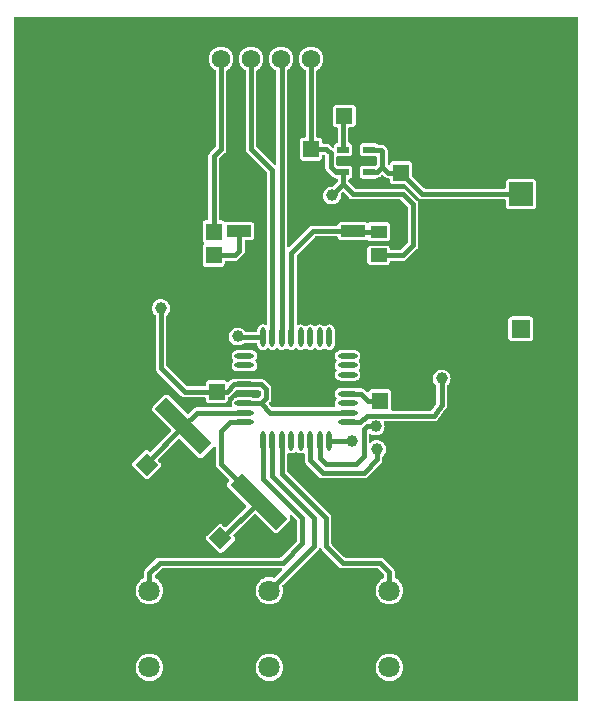
<source format=gtl>
G04 Layer: TopLayer*
G04 EasyEDA v6.5.34, 2023-08-28 15:47:16*
G04 21288944027841e8b89c4b54c2095ba1,7e63b50fb6014f29bd7207b67e5f40bc,10*
G04 Gerber Generator version 0.2*
G04 Scale: 100 percent, Rotated: No, Reflected: No *
G04 Dimensions in millimeters *
G04 leading zeros omitted , absolute positions ,4 integer and 5 decimal *
%FSLAX45Y45*%
%MOMM*%

%AMMACRO1*21,1,$1,$2,0,0,$3*%
%ADD10C,0.4000*%
%ADD11MACRO1,1.35X1.41X0.0000*%
%ADD12R,1.3500X1.4100*%
%ADD13MACRO1,1.35X1.41X-90.0000*%
%ADD14R,1.0000X0.6000*%
%ADD15MACRO1,1.35X1.41X-135.0000*%
%ADD16MACRO1,1.35X1.41X45.0000*%
%ADD17R,2.0000X1.0000*%
%ADD18MACRO1,1.377X1.1325X0.0000*%
%ADD19R,1.3770X1.1325*%
%ADD20O,0.4500118X1.6500094*%
%ADD21O,1.6500094X0.4500118*%
%ADD22MACRO1,5.5X1.4X-44.9998*%
%ADD23C,6.5000*%
%ADD24C,1.5748*%
%ADD25R,1.5748X1.5748*%
%ADD26C,1.8000*%
%ADD27R,2.0000X2.0000*%
%ADD28C,2.0000*%
%ADD29C,1.0000*%
%ADD30C,0.0127*%

%LPD*%
G36*
X4792218Y24434D02*
G01*
X38354Y25908D01*
X34493Y26670D01*
X31191Y28854D01*
X28956Y32156D01*
X28194Y36068D01*
X28194Y5804408D01*
X28956Y5808319D01*
X31191Y5811621D01*
X34493Y5813806D01*
X38354Y5814568D01*
X4792218Y5814568D01*
X4796078Y5813806D01*
X4799380Y5811621D01*
X4801616Y5808319D01*
X4802378Y5804408D01*
X4802378Y34594D01*
X4801616Y30683D01*
X4799380Y27381D01*
X4796078Y25196D01*
G37*

%LPC*%
G36*
X1174242Y192481D02*
G01*
X1188770Y193395D01*
X1203045Y196138D01*
X1216914Y200609D01*
X1230071Y206806D01*
X1242364Y214629D01*
X1253591Y223875D01*
X1263548Y234492D01*
X1272082Y246278D01*
X1279093Y259029D01*
X1284478Y272542D01*
X1288084Y286664D01*
X1289913Y301091D01*
X1289913Y315671D01*
X1288084Y330098D01*
X1284478Y344170D01*
X1279093Y357733D01*
X1272082Y370484D01*
X1263548Y382219D01*
X1253591Y392836D01*
X1242364Y402132D01*
X1230071Y409905D01*
X1216914Y416102D01*
X1203045Y420624D01*
X1188770Y423367D01*
X1174242Y424281D01*
X1159713Y423367D01*
X1145438Y420624D01*
X1131570Y416102D01*
X1118412Y409905D01*
X1106119Y402132D01*
X1094943Y392836D01*
X1084935Y382219D01*
X1076401Y370484D01*
X1069390Y357733D01*
X1064056Y344170D01*
X1060399Y330098D01*
X1058570Y315671D01*
X1058570Y301091D01*
X1060399Y286664D01*
X1064056Y272542D01*
X1069390Y259029D01*
X1076401Y246278D01*
X1084935Y234492D01*
X1094943Y223875D01*
X1106119Y214629D01*
X1118412Y206806D01*
X1131570Y200609D01*
X1145438Y196138D01*
X1159713Y193395D01*
G37*
G36*
X2190242Y192481D02*
G01*
X2204770Y193395D01*
X2219045Y196138D01*
X2232914Y200609D01*
X2246071Y206806D01*
X2258364Y214629D01*
X2269591Y223875D01*
X2279548Y234492D01*
X2288082Y246278D01*
X2295093Y259029D01*
X2300478Y272542D01*
X2304084Y286664D01*
X2305913Y301091D01*
X2305913Y315671D01*
X2304084Y330098D01*
X2300478Y344170D01*
X2295093Y357733D01*
X2288082Y370484D01*
X2279548Y382219D01*
X2269591Y392836D01*
X2258364Y402132D01*
X2246071Y409905D01*
X2232914Y416102D01*
X2219045Y420624D01*
X2204770Y423367D01*
X2190242Y424281D01*
X2175713Y423367D01*
X2161438Y420624D01*
X2147570Y416102D01*
X2134412Y409905D01*
X2122119Y402132D01*
X2110892Y392836D01*
X2100935Y382219D01*
X2092401Y370484D01*
X2085390Y357733D01*
X2080006Y344170D01*
X2076399Y330098D01*
X2074570Y315671D01*
X2074570Y301091D01*
X2076399Y286664D01*
X2080006Y272542D01*
X2085390Y259029D01*
X2092401Y246278D01*
X2100935Y234492D01*
X2110892Y223875D01*
X2122119Y214629D01*
X2134412Y206806D01*
X2147570Y200609D01*
X2161438Y196138D01*
X2175713Y193395D01*
G37*
G36*
X3206242Y192481D02*
G01*
X3220770Y193395D01*
X3235045Y196138D01*
X3248914Y200609D01*
X3262071Y206806D01*
X3274364Y214629D01*
X3285591Y223875D01*
X3295548Y234492D01*
X3304082Y246278D01*
X3311093Y259029D01*
X3316478Y272542D01*
X3320084Y286664D01*
X3321913Y301091D01*
X3321913Y315671D01*
X3320084Y330098D01*
X3316478Y344170D01*
X3311093Y357733D01*
X3304082Y370484D01*
X3295548Y382219D01*
X3285591Y392836D01*
X3274364Y402132D01*
X3262071Y409905D01*
X3248914Y416102D01*
X3235045Y420624D01*
X3220770Y423367D01*
X3206242Y424281D01*
X3191713Y423367D01*
X3177438Y420624D01*
X3163570Y416102D01*
X3150412Y409905D01*
X3138119Y402132D01*
X3126892Y392836D01*
X3116935Y382219D01*
X3108401Y370484D01*
X3101390Y357733D01*
X3096006Y344170D01*
X3092399Y330098D01*
X3090570Y315671D01*
X3090570Y301091D01*
X3092399Y286664D01*
X3096006Y272542D01*
X3101390Y259029D01*
X3108401Y246278D01*
X3116935Y234492D01*
X3126892Y223875D01*
X3138119Y214629D01*
X3150412Y206806D01*
X3163570Y200609D01*
X3177438Y196138D01*
X3191713Y193395D01*
G37*
G36*
X1174242Y842721D02*
G01*
X1188770Y843635D01*
X1203045Y846378D01*
X1216914Y850849D01*
X1230071Y857046D01*
X1242364Y864869D01*
X1253591Y874115D01*
X1263548Y884732D01*
X1272082Y896518D01*
X1279093Y909269D01*
X1284478Y922782D01*
X1288084Y936904D01*
X1289913Y951331D01*
X1289913Y965911D01*
X1288084Y980338D01*
X1284478Y994410D01*
X1279093Y1007973D01*
X1272082Y1020724D01*
X1263548Y1032459D01*
X1253591Y1043076D01*
X1242364Y1052372D01*
X1230071Y1060145D01*
X1226007Y1062075D01*
X1222908Y1064310D01*
X1220876Y1067562D01*
X1220165Y1071270D01*
X1220165Y1083716D01*
X1220927Y1087628D01*
X1223111Y1090879D01*
X1275638Y1143406D01*
X1278940Y1145590D01*
X1282801Y1146403D01*
X2288540Y1146403D01*
X2292451Y1145590D01*
X2295753Y1143406D01*
X2297938Y1140104D01*
X2298700Y1136243D01*
X2297938Y1132332D01*
X2295753Y1129030D01*
X2237435Y1070711D01*
X2234387Y1068628D01*
X2230780Y1067765D01*
X2227122Y1068222D01*
X2219045Y1070864D01*
X2204770Y1073607D01*
X2190242Y1074521D01*
X2175713Y1073607D01*
X2161438Y1070864D01*
X2147570Y1066342D01*
X2134412Y1060145D01*
X2122119Y1052372D01*
X2110892Y1043076D01*
X2100935Y1032459D01*
X2092401Y1020724D01*
X2085390Y1007973D01*
X2080006Y994410D01*
X2076399Y980338D01*
X2074570Y965911D01*
X2074570Y951331D01*
X2076399Y936904D01*
X2080006Y922782D01*
X2085390Y909269D01*
X2092401Y896518D01*
X2100935Y884732D01*
X2110892Y874115D01*
X2122119Y864869D01*
X2134412Y857046D01*
X2147570Y850849D01*
X2161438Y846378D01*
X2175713Y843635D01*
X2190242Y842721D01*
X2204770Y843635D01*
X2219045Y846378D01*
X2232914Y850849D01*
X2246071Y857046D01*
X2258364Y864869D01*
X2269591Y874115D01*
X2279548Y884732D01*
X2288082Y896518D01*
X2295093Y909269D01*
X2300478Y922782D01*
X2304084Y936904D01*
X2305913Y951331D01*
X2305913Y965911D01*
X2304084Y980338D01*
X2300224Y995019D01*
X2299512Y998880D01*
X2300325Y1002690D01*
X2302510Y1005941D01*
X2601366Y1304899D01*
X2606700Y1311910D01*
X2608427Y1315364D01*
X2610815Y1318514D01*
X2614269Y1320495D01*
X2618232Y1321003D01*
X2622042Y1319936D01*
X2625191Y1317498D01*
X2631440Y1306068D01*
X2637180Y1299210D01*
X2777794Y1158595D01*
X2784856Y1153312D01*
X2792425Y1149502D01*
X2800553Y1147216D01*
X2809443Y1146403D01*
X3103270Y1146403D01*
X3107182Y1145590D01*
X3110433Y1143406D01*
X3157372Y1096518D01*
X3159556Y1093216D01*
X3160318Y1089304D01*
X3160318Y1071270D01*
X3159607Y1067562D01*
X3157575Y1064310D01*
X3154476Y1062075D01*
X3150412Y1060145D01*
X3138119Y1052372D01*
X3126892Y1043076D01*
X3116935Y1032459D01*
X3108401Y1020724D01*
X3101390Y1007973D01*
X3096006Y994410D01*
X3092399Y980338D01*
X3090570Y965911D01*
X3090570Y951331D01*
X3092399Y936904D01*
X3096006Y922782D01*
X3101390Y909269D01*
X3108401Y896518D01*
X3116935Y884732D01*
X3126892Y874115D01*
X3138119Y864869D01*
X3150412Y857046D01*
X3163570Y850849D01*
X3177438Y846378D01*
X3191713Y843635D01*
X3206242Y842721D01*
X3220770Y843635D01*
X3235045Y846378D01*
X3248914Y850849D01*
X3262071Y857046D01*
X3274364Y864869D01*
X3285591Y874115D01*
X3295548Y884732D01*
X3304082Y896518D01*
X3311093Y909269D01*
X3316478Y922782D01*
X3320084Y936904D01*
X3321913Y951331D01*
X3321913Y965911D01*
X3320084Y980338D01*
X3316478Y994410D01*
X3311093Y1007973D01*
X3304082Y1020724D01*
X3295548Y1032459D01*
X3285591Y1043076D01*
X3274364Y1052372D01*
X3262071Y1060145D01*
X3258007Y1062075D01*
X3254908Y1064310D01*
X3252876Y1067562D01*
X3252165Y1071270D01*
X3252114Y1114298D01*
X3250895Y1123035D01*
X3248202Y1131062D01*
X3244088Y1138478D01*
X3238347Y1145336D01*
X3157677Y1225956D01*
X3150616Y1231290D01*
X3143046Y1235049D01*
X3134918Y1237386D01*
X3126028Y1238199D01*
X2832201Y1238199D01*
X2828340Y1238961D01*
X2825038Y1241196D01*
X2718155Y1348028D01*
X2715971Y1351330D01*
X2715209Y1355242D01*
X2715158Y1575054D01*
X2713939Y1583791D01*
X2711246Y1591818D01*
X2707132Y1599234D01*
X2701442Y1606092D01*
X2344267Y1963216D01*
X2342083Y1966518D01*
X2341321Y1970430D01*
X2341321Y2114042D01*
X2342083Y2117852D01*
X2344216Y2121154D01*
X2347468Y2123338D01*
X2351278Y2124202D01*
X2355138Y2123490D01*
X2362047Y2120798D01*
X2370836Y2119172D01*
X2379726Y2119172D01*
X2388514Y2120798D01*
X2396845Y2124049D01*
X2404414Y2128723D01*
X2408428Y2132380D01*
X2411628Y2134362D01*
X2415286Y2135073D01*
X2418943Y2134362D01*
X2422144Y2132380D01*
X2426157Y2128723D01*
X2433726Y2124049D01*
X2442057Y2120798D01*
X2450846Y2119172D01*
X2459736Y2119172D01*
X2468524Y2120798D01*
X2475534Y2123541D01*
X2479395Y2124202D01*
X2483256Y2123389D01*
X2486456Y2121204D01*
X2488641Y2117902D01*
X2489403Y2114092D01*
X2489403Y2061159D01*
X2490622Y2052421D01*
X2493314Y2044395D01*
X2497429Y2036978D01*
X2503170Y2030120D01*
X2612694Y1920595D01*
X2619756Y1915312D01*
X2627325Y1911502D01*
X2635453Y1909216D01*
X2644343Y1908403D01*
X2988564Y1908454D01*
X2997301Y1909622D01*
X3005328Y1912315D01*
X3012694Y1916480D01*
X3019602Y1922170D01*
X3134766Y2037435D01*
X3140100Y2044446D01*
X3143859Y2052015D01*
X3146196Y2060143D01*
X3147009Y2069084D01*
X3147009Y2092502D01*
X3147872Y2096668D01*
X3150412Y2100122D01*
X3155746Y2104898D01*
X3163163Y2113838D01*
X3169107Y2123846D01*
X3173425Y2134616D01*
X3176066Y2145893D01*
X3176981Y2157476D01*
X3176066Y2169058D01*
X3173425Y2180386D01*
X3169107Y2191156D01*
X3163163Y2201164D01*
X3155746Y2210104D01*
X3147110Y2217826D01*
X3137357Y2224176D01*
X3126740Y2228900D01*
X3115564Y2231999D01*
X3103981Y2233320D01*
X3092399Y2232863D01*
X3080969Y2230678D01*
X3070047Y2226716D01*
X3059836Y2221179D01*
X3050184Y2213711D01*
X3046882Y2211425D01*
X3042970Y2210562D01*
X3039059Y2211324D01*
X3035706Y2213508D01*
X3033471Y2216810D01*
X3032709Y2220722D01*
X3032709Y2275078D01*
X3033572Y2279142D01*
X3036011Y2282545D01*
X3039567Y2284679D01*
X3043732Y2285187D01*
X3047695Y2284018D01*
X3057347Y2278735D01*
X3068269Y2274824D01*
X3079699Y2272639D01*
X3091281Y2272182D01*
X3102864Y2273503D01*
X3114040Y2276602D01*
X3124657Y2281326D01*
X3134410Y2287625D01*
X3143046Y2295398D01*
X3150463Y2304338D01*
X3156407Y2314346D01*
X3160725Y2325116D01*
X3163366Y2336393D01*
X3164281Y2347976D01*
X3163366Y2359558D01*
X3160725Y2370886D01*
X3158286Y2377033D01*
X3157524Y2380894D01*
X3158337Y2384755D01*
X3160522Y2388057D01*
X3163824Y2390241D01*
X3167684Y2391003D01*
X3583635Y2391003D01*
X3593337Y2392070D01*
X3601415Y2394559D01*
X3608882Y2398572D01*
X3615486Y2403856D01*
X3621328Y2410612D01*
X3686149Y2501493D01*
X3688892Y2506573D01*
X3689959Y2509062D01*
X3691686Y2514549D01*
X3692296Y2517241D01*
X3693007Y2522931D01*
X3693109Y2689402D01*
X3693972Y2693568D01*
X3696512Y2697022D01*
X3701846Y2701798D01*
X3709263Y2710738D01*
X3715207Y2720746D01*
X3719525Y2731516D01*
X3722166Y2742793D01*
X3723081Y2754376D01*
X3722166Y2765958D01*
X3719525Y2777286D01*
X3715207Y2788056D01*
X3709263Y2798064D01*
X3701846Y2807004D01*
X3693210Y2814726D01*
X3683457Y2821076D01*
X3672840Y2825800D01*
X3661664Y2828899D01*
X3650081Y2830220D01*
X3638499Y2829763D01*
X3627069Y2827578D01*
X3616147Y2823616D01*
X3605936Y2818079D01*
X3596690Y2811018D01*
X3588664Y2802686D01*
X3581958Y2793187D01*
X3576828Y2782773D01*
X3573322Y2771698D01*
X3571544Y2760218D01*
X3571544Y2748584D01*
X3573322Y2737104D01*
X3576828Y2726029D01*
X3581958Y2715615D01*
X3588664Y2706116D01*
X3599434Y2695092D01*
X3600805Y2692298D01*
X3601313Y2689250D01*
X3601313Y2543759D01*
X3600805Y2540660D01*
X3599383Y2537866D01*
X3563112Y2487066D01*
X3560876Y2484780D01*
X3558032Y2483307D01*
X3554831Y2482799D01*
X3229813Y2482799D01*
X3225698Y2483662D01*
X3222244Y2486202D01*
X3220161Y2489860D01*
X3219704Y2494076D01*
X3219907Y2495550D01*
X3219907Y2635402D01*
X3219196Y2641752D01*
X3217265Y2647188D01*
X3214166Y2652115D01*
X3210102Y2656179D01*
X3205175Y2659278D01*
X3199739Y2661158D01*
X3193389Y2661869D01*
X3059531Y2661869D01*
X3053232Y2661158D01*
X3047746Y2659278D01*
X3042869Y2656179D01*
X3038754Y2652115D01*
X3035706Y2647188D01*
X3034741Y2644546D01*
X3032658Y2641041D01*
X3029356Y2638653D01*
X3025394Y2637739D01*
X3021380Y2638450D01*
X3017977Y2640685D01*
X2999486Y2659176D01*
X2992424Y2664460D01*
X2984855Y2668219D01*
X2976727Y2670556D01*
X2967837Y2671368D01*
X2928264Y2671368D01*
X2925470Y2671775D01*
X2921050Y2673045D01*
X2911703Y2673908D01*
X2792628Y2673908D01*
X2783281Y2673045D01*
X2774696Y2670606D01*
X2766720Y2666593D01*
X2759608Y2661208D01*
X2753563Y2654655D01*
X2748889Y2647035D01*
X2745638Y2638704D01*
X2744012Y2629966D01*
X2744012Y2621026D01*
X2745638Y2612237D01*
X2748889Y2603906D01*
X2753563Y2596337D01*
X2757220Y2592324D01*
X2759202Y2589174D01*
X2759862Y2585466D01*
X2759202Y2581808D01*
X2757220Y2578658D01*
X2753563Y2574645D01*
X2748889Y2567025D01*
X2745638Y2558745D01*
X2744012Y2549956D01*
X2744012Y2541016D01*
X2745638Y2532227D01*
X2748381Y2525217D01*
X2749042Y2521356D01*
X2748229Y2517546D01*
X2745994Y2514295D01*
X2742742Y2512161D01*
X2738882Y2511399D01*
X2220976Y2511399D01*
X2217064Y2512161D01*
X2213762Y2514346D01*
X2189734Y2538425D01*
X2187498Y2541676D01*
X2186736Y2545588D01*
X2187498Y2549448D01*
X2189683Y2552750D01*
X2195017Y2558186D01*
X2200300Y2565146D01*
X2204059Y2572715D01*
X2206396Y2580843D01*
X2207209Y2589733D01*
X2207158Y2667254D01*
X2205939Y2675991D01*
X2203246Y2684018D01*
X2199132Y2691434D01*
X2193442Y2698292D01*
X2152497Y2739186D01*
X2145436Y2744470D01*
X2137867Y2748229D01*
X2129739Y2750566D01*
X2120849Y2751378D01*
X2054453Y2751378D01*
X2051659Y2751785D01*
X2047290Y2753004D01*
X2037943Y2753918D01*
X1918868Y2753918D01*
X1909521Y2753004D01*
X1905152Y2751785D01*
X1902409Y2751378D01*
X1890420Y2751328D01*
X1881784Y2750159D01*
X1873757Y2747467D01*
X1866392Y2743352D01*
X1859483Y2737612D01*
X1846732Y2724861D01*
X1843735Y2722778D01*
X1840230Y2721914D01*
X1836623Y2722321D01*
X1833372Y2723946D01*
X1829866Y2728315D01*
X1825802Y2732379D01*
X1820875Y2735478D01*
X1815439Y2737358D01*
X1809089Y2738069D01*
X1675231Y2738069D01*
X1668932Y2737358D01*
X1663446Y2735478D01*
X1658569Y2732379D01*
X1654454Y2728315D01*
X1651406Y2723388D01*
X1649475Y2717952D01*
X1648764Y2711602D01*
X1648764Y2697734D01*
X1648002Y2693873D01*
X1645818Y2690571D01*
X1642516Y2688386D01*
X1638604Y2687574D01*
X1495298Y2687574D01*
X1491437Y2688386D01*
X1488135Y2690571D01*
X1321155Y2857500D01*
X1318971Y2860802D01*
X1318209Y2864713D01*
X1318209Y3286302D01*
X1319072Y3290468D01*
X1321612Y3293922D01*
X1326946Y3298698D01*
X1334363Y3307638D01*
X1340307Y3317646D01*
X1344625Y3328415D01*
X1347266Y3339693D01*
X1348181Y3351276D01*
X1347266Y3362858D01*
X1344625Y3374186D01*
X1340307Y3384956D01*
X1334363Y3394964D01*
X1326946Y3403904D01*
X1318310Y3411626D01*
X1308557Y3417976D01*
X1297940Y3422700D01*
X1286764Y3425799D01*
X1275181Y3427120D01*
X1263599Y3426663D01*
X1252169Y3424478D01*
X1241247Y3420516D01*
X1231036Y3414979D01*
X1221790Y3407918D01*
X1213764Y3399586D01*
X1207058Y3390087D01*
X1201928Y3379673D01*
X1198422Y3368598D01*
X1196644Y3357118D01*
X1196644Y3345484D01*
X1198422Y3334004D01*
X1201928Y3322929D01*
X1207058Y3312515D01*
X1213764Y3303015D01*
X1224534Y3291992D01*
X1225905Y3289198D01*
X1226413Y3286150D01*
X1226413Y2839720D01*
X1227632Y2830982D01*
X1230325Y2822956D01*
X1234440Y2815539D01*
X1240180Y2808681D01*
X1440891Y2608021D01*
X1447952Y2602687D01*
X1455521Y2598928D01*
X1463649Y2596591D01*
X1472539Y2595778D01*
X1638604Y2595778D01*
X1642516Y2595016D01*
X1645818Y2592781D01*
X1648002Y2589530D01*
X1648764Y2585618D01*
X1648764Y2571750D01*
X1649475Y2565450D01*
X1651406Y2559964D01*
X1654454Y2555087D01*
X1658569Y2550972D01*
X1663446Y2547924D01*
X1668932Y2545994D01*
X1675231Y2545283D01*
X1809089Y2545283D01*
X1815439Y2545994D01*
X1820875Y2547924D01*
X1825802Y2550972D01*
X1829866Y2555087D01*
X1832965Y2559964D01*
X1834896Y2565450D01*
X1835607Y2571750D01*
X1835607Y2588564D01*
X1836470Y2592628D01*
X1838858Y2596032D01*
X1842465Y2598166D01*
X1846986Y2599740D01*
X1854403Y2603855D01*
X1861312Y2609545D01*
X1906270Y2654554D01*
X1910029Y2656941D01*
X1914398Y2657500D01*
X1918868Y2657094D01*
X2037943Y2657094D01*
X2047290Y2657957D01*
X2051659Y2659176D01*
X2054453Y2659583D01*
X2098090Y2659583D01*
X2101951Y2658821D01*
X2105253Y2656586D01*
X2112416Y2649474D01*
X2114600Y2646172D01*
X2115413Y2642260D01*
X2115413Y2612491D01*
X2114600Y2608630D01*
X2112416Y2605328D01*
X2101443Y2594356D01*
X2098141Y2592171D01*
X2094280Y2591409D01*
X2054453Y2591409D01*
X2051659Y2591765D01*
X2047290Y2593035D01*
X2037943Y2593898D01*
X1918868Y2593898D01*
X1909521Y2593035D01*
X1900936Y2590596D01*
X1892960Y2586583D01*
X1885848Y2581249D01*
X1879803Y2574645D01*
X1875129Y2567025D01*
X1871878Y2558745D01*
X1870252Y2549956D01*
X1870252Y2541016D01*
X1871878Y2532227D01*
X1874621Y2525217D01*
X1875282Y2521356D01*
X1874469Y2517546D01*
X1872234Y2514295D01*
X1868982Y2512161D01*
X1865122Y2511399D01*
X1577136Y2511348D01*
X1568399Y2510129D01*
X1560372Y2507437D01*
X1552956Y2503322D01*
X1546098Y2497632D01*
X1504645Y2456129D01*
X1501343Y2453944D01*
X1497431Y2453182D01*
X1493570Y2453944D01*
X1490268Y2456129D01*
X1335836Y2610561D01*
X1330858Y2614523D01*
X1325676Y2617063D01*
X1320038Y2618333D01*
X1314246Y2618333D01*
X1308608Y2617063D01*
X1303375Y2614523D01*
X1298397Y2610561D01*
X1200200Y2512364D01*
X1196238Y2507386D01*
X1193749Y2502204D01*
X1192479Y2496566D01*
X1192479Y2490774D01*
X1193749Y2485136D01*
X1196238Y2479903D01*
X1200200Y2474925D01*
X1354632Y2320544D01*
X1356817Y2317242D01*
X1357579Y2313330D01*
X1356817Y2309469D01*
X1354632Y2306167D01*
X1185367Y2136902D01*
X1182065Y2134666D01*
X1178153Y2133904D01*
X1174292Y2134666D01*
X1170990Y2136902D01*
X1167384Y2140508D01*
X1162405Y2144471D01*
X1157173Y2146960D01*
X1151534Y2148281D01*
X1145743Y2148281D01*
X1140104Y2146960D01*
X1134922Y2144471D01*
X1129944Y2140508D01*
X1035253Y2045868D01*
X1031290Y2040889D01*
X1028801Y2035657D01*
X1027531Y2030018D01*
X1027531Y2024227D01*
X1028801Y2018588D01*
X1031290Y2013356D01*
X1035253Y2008378D01*
X1134160Y1909521D01*
X1139139Y1905558D01*
X1144371Y1903018D01*
X1150010Y1901748D01*
X1155801Y1901748D01*
X1161440Y1903018D01*
X1166622Y1905558D01*
X1171600Y1909521D01*
X1266291Y2004161D01*
X1270254Y2009139D01*
X1272743Y2014372D01*
X1274013Y2020011D01*
X1274013Y2025802D01*
X1272743Y2031441D01*
X1270254Y2036622D01*
X1266291Y2041601D01*
X1250289Y2057603D01*
X1248105Y2060905D01*
X1247292Y2064766D01*
X1248105Y2068677D01*
X1250289Y2071979D01*
X1419555Y2241245D01*
X1422857Y2243429D01*
X1426718Y2244191D01*
X1430629Y2243429D01*
X1433931Y2241245D01*
X1588312Y2086813D01*
X1593291Y2082850D01*
X1598523Y2080361D01*
X1604162Y2079040D01*
X1609953Y2079040D01*
X1615592Y2080361D01*
X1620774Y2082850D01*
X1625752Y2086813D01*
X1717039Y2178100D01*
X1720342Y2180285D01*
X1724253Y2181098D01*
X1728114Y2180285D01*
X1731416Y2178100D01*
X1733600Y2174798D01*
X1734413Y2170938D01*
X1734413Y2028748D01*
X1735632Y2020011D01*
X1738325Y2011984D01*
X1742439Y2004568D01*
X1748180Y1997710D01*
X1846072Y1899818D01*
X1848256Y1896516D01*
X1849018Y1892604D01*
X1848256Y1888743D01*
X1846072Y1885442D01*
X1836623Y1875993D01*
X1832660Y1871014D01*
X1830120Y1865782D01*
X1828850Y1860143D01*
X1828850Y1854352D01*
X1830120Y1848713D01*
X1832660Y1843532D01*
X1836623Y1838553D01*
X1991004Y1684121D01*
X1993239Y1680819D01*
X1994001Y1676958D01*
X1993239Y1673047D01*
X1991004Y1669745D01*
X1821738Y1500479D01*
X1818436Y1498295D01*
X1814575Y1497533D01*
X1810664Y1498295D01*
X1807362Y1500479D01*
X1791411Y1516481D01*
X1786432Y1520444D01*
X1781200Y1522933D01*
X1775561Y1524254D01*
X1769770Y1524254D01*
X1764131Y1522933D01*
X1758950Y1520444D01*
X1753971Y1516481D01*
X1659280Y1421841D01*
X1655318Y1416862D01*
X1652828Y1411630D01*
X1651558Y1405991D01*
X1651558Y1400200D01*
X1652828Y1394561D01*
X1655318Y1389329D01*
X1659280Y1384350D01*
X1758188Y1285494D01*
X1763166Y1281531D01*
X1768398Y1278991D01*
X1774037Y1277721D01*
X1779828Y1277721D01*
X1785467Y1278991D01*
X1790649Y1281531D01*
X1795627Y1285494D01*
X1890318Y1380134D01*
X1894281Y1385112D01*
X1896770Y1390345D01*
X1898040Y1395984D01*
X1898040Y1401775D01*
X1896770Y1407414D01*
X1894281Y1412595D01*
X1890318Y1417574D01*
X1886661Y1421180D01*
X1884476Y1424482D01*
X1883714Y1428394D01*
X1884476Y1432255D01*
X1886661Y1435557D01*
X2055926Y1604822D01*
X2059228Y1607058D01*
X2063140Y1607820D01*
X2067001Y1607058D01*
X2070303Y1604822D01*
X2224735Y1450441D01*
X2229713Y1446479D01*
X2234895Y1443939D01*
X2240534Y1442669D01*
X2246325Y1442669D01*
X2251964Y1443939D01*
X2257196Y1446479D01*
X2262174Y1450441D01*
X2360371Y1548638D01*
X2364333Y1553616D01*
X2366822Y1558798D01*
X2368092Y1564436D01*
X2368092Y1570228D01*
X2366822Y1575866D01*
X2364333Y1581099D01*
X2362708Y1583131D01*
X2360777Y1587042D01*
X2360676Y1591411D01*
X2362403Y1595424D01*
X2365654Y1598320D01*
X2369820Y1599590D01*
X2374138Y1598980D01*
X2377846Y1596644D01*
X2417216Y1557274D01*
X2419400Y1553972D01*
X2420213Y1550060D01*
X2420213Y1380642D01*
X2419400Y1376730D01*
X2417216Y1373428D01*
X2284933Y1241196D01*
X2281682Y1238961D01*
X2277770Y1238199D01*
X1257808Y1238148D01*
X1249070Y1236929D01*
X1241094Y1234236D01*
X1233678Y1230122D01*
X1226820Y1224432D01*
X1140561Y1138123D01*
X1135227Y1131062D01*
X1131468Y1123492D01*
X1129182Y1115364D01*
X1128318Y1106474D01*
X1128318Y1071270D01*
X1127607Y1067562D01*
X1125575Y1064310D01*
X1122476Y1062075D01*
X1118412Y1060145D01*
X1106119Y1052372D01*
X1094943Y1043076D01*
X1084935Y1032459D01*
X1076401Y1020724D01*
X1069390Y1007973D01*
X1064056Y994410D01*
X1060399Y980338D01*
X1058570Y965911D01*
X1058570Y951331D01*
X1060399Y936904D01*
X1064056Y922782D01*
X1069390Y909269D01*
X1076401Y896518D01*
X1084935Y884732D01*
X1094943Y874115D01*
X1106119Y864869D01*
X1118412Y857046D01*
X1131570Y850849D01*
X1145438Y846378D01*
X1159713Y843635D01*
G37*
G36*
X2792628Y2737053D02*
G01*
X2911703Y2737053D01*
X2921050Y2737967D01*
X2929636Y2740406D01*
X2937611Y2744368D01*
X2944774Y2749753D01*
X2950768Y2756357D01*
X2955442Y2763926D01*
X2958693Y2772257D01*
X2960319Y2781046D01*
X2960319Y2789936D01*
X2958693Y2798724D01*
X2955442Y2807055D01*
X2950768Y2814624D01*
X2947111Y2818638D01*
X2945130Y2821838D01*
X2944469Y2825496D01*
X2945130Y2829153D01*
X2947111Y2832354D01*
X2950768Y2836316D01*
X2955442Y2843936D01*
X2958693Y2852267D01*
X2960319Y2861005D01*
X2960319Y2869946D01*
X2958693Y2878734D01*
X2955442Y2887065D01*
X2950768Y2894634D01*
X2947111Y2898648D01*
X2945130Y2901797D01*
X2944469Y2905506D01*
X2945130Y2909163D01*
X2947111Y2912313D01*
X2950768Y2916326D01*
X2955442Y2923946D01*
X2958693Y2932226D01*
X2960319Y2941015D01*
X2960319Y2949956D01*
X2958693Y2958744D01*
X2955442Y2967024D01*
X2950768Y2974644D01*
X2944774Y2981248D01*
X2937611Y2986582D01*
X2929636Y2990596D01*
X2921050Y2993034D01*
X2911703Y2993898D01*
X2792628Y2993898D01*
X2783281Y2993034D01*
X2774696Y2990596D01*
X2766720Y2986582D01*
X2759608Y2981248D01*
X2753563Y2974644D01*
X2748889Y2967024D01*
X2745638Y2958744D01*
X2744012Y2949956D01*
X2744012Y2941015D01*
X2745638Y2932226D01*
X2748889Y2923946D01*
X2753563Y2916326D01*
X2757220Y2912313D01*
X2759202Y2909163D01*
X2759862Y2905506D01*
X2759202Y2901797D01*
X2757220Y2898648D01*
X2753563Y2894634D01*
X2748889Y2887065D01*
X2745638Y2878734D01*
X2744012Y2869946D01*
X2744012Y2861005D01*
X2745638Y2852267D01*
X2748889Y2843936D01*
X2753563Y2836316D01*
X2757220Y2832354D01*
X2759202Y2829153D01*
X2759862Y2825496D01*
X2759202Y2821838D01*
X2757220Y2818638D01*
X2753563Y2814624D01*
X2748889Y2807055D01*
X2745638Y2798724D01*
X2744012Y2789936D01*
X2744012Y2781046D01*
X2745638Y2772257D01*
X2748889Y2763926D01*
X2753563Y2756357D01*
X2759608Y2749753D01*
X2766720Y2744368D01*
X2774696Y2740406D01*
X2783281Y2737967D01*
G37*
G36*
X1918868Y2817063D02*
G01*
X2037943Y2817063D01*
X2047290Y2817926D01*
X2055875Y2820365D01*
X2063851Y2824378D01*
X2071014Y2829763D01*
X2077008Y2836316D01*
X2081682Y2843936D01*
X2084933Y2852267D01*
X2086559Y2861005D01*
X2086559Y2869946D01*
X2084933Y2878734D01*
X2081682Y2887065D01*
X2077008Y2894634D01*
X2073351Y2898648D01*
X2071370Y2901797D01*
X2070709Y2905506D01*
X2071370Y2909163D01*
X2073351Y2912313D01*
X2077008Y2916326D01*
X2081682Y2923946D01*
X2084933Y2932226D01*
X2086559Y2941015D01*
X2086559Y2949956D01*
X2084933Y2958744D01*
X2081682Y2967024D01*
X2077008Y2974644D01*
X2071014Y2981248D01*
X2063851Y2986582D01*
X2055875Y2990596D01*
X2047290Y2993034D01*
X2037943Y2993898D01*
X1918868Y2993898D01*
X1909521Y2993034D01*
X1900936Y2990596D01*
X1892960Y2986582D01*
X1885848Y2981248D01*
X1879803Y2974644D01*
X1875129Y2967024D01*
X1871878Y2958744D01*
X1870252Y2949956D01*
X1870252Y2941015D01*
X1871878Y2932226D01*
X1875129Y2923946D01*
X1879803Y2916326D01*
X1883460Y2912313D01*
X1885442Y2909163D01*
X1886102Y2905506D01*
X1885442Y2901797D01*
X1883460Y2898648D01*
X1879803Y2894634D01*
X1875129Y2887065D01*
X1871878Y2878734D01*
X1870252Y2869946D01*
X1870252Y2861005D01*
X1871878Y2852267D01*
X1875129Y2843936D01*
X1879803Y2836316D01*
X1885848Y2829763D01*
X1892960Y2824378D01*
X1900936Y2820365D01*
X1909521Y2817926D01*
G37*
G36*
X2130806Y2995472D02*
G01*
X2139746Y2995472D01*
X2148535Y2997098D01*
X2156866Y3000349D01*
X2164435Y3005023D01*
X2168448Y3008680D01*
X2171598Y3010662D01*
X2175306Y3011322D01*
X2178964Y3010662D01*
X2182114Y3008680D01*
X2186127Y3005023D01*
X2193747Y3000349D01*
X2202027Y2997098D01*
X2210816Y2995472D01*
X2219756Y2995472D01*
X2228545Y2997098D01*
X2236825Y3000349D01*
X2244445Y3005023D01*
X2248458Y3008680D01*
X2251608Y3010662D01*
X2255266Y3011322D01*
X2258974Y3010662D01*
X2262124Y3008680D01*
X2266137Y3005023D01*
X2273706Y3000349D01*
X2282037Y2997098D01*
X2290826Y2995472D01*
X2299766Y2995472D01*
X2308504Y2997098D01*
X2316835Y3000349D01*
X2324455Y3005023D01*
X2328468Y3008680D01*
X2331618Y3010662D01*
X2335276Y3011322D01*
X2338984Y3010662D01*
X2342134Y3008680D01*
X2346147Y3005023D01*
X2353716Y3000349D01*
X2362047Y2997098D01*
X2370836Y2995472D01*
X2379726Y2995472D01*
X2388514Y2997098D01*
X2396845Y3000349D01*
X2404414Y3005023D01*
X2408428Y3008680D01*
X2411628Y3010662D01*
X2415286Y3011322D01*
X2418943Y3010662D01*
X2422144Y3008680D01*
X2426157Y3005023D01*
X2433726Y3000349D01*
X2442057Y2997098D01*
X2450846Y2995472D01*
X2459736Y2995472D01*
X2468524Y2997098D01*
X2476855Y3000349D01*
X2484424Y3005023D01*
X2488438Y3008680D01*
X2491638Y3010662D01*
X2495296Y3011322D01*
X2498953Y3010662D01*
X2502154Y3008680D01*
X2506167Y3005023D01*
X2513736Y3000349D01*
X2522067Y2997098D01*
X2530805Y2995472D01*
X2539746Y2995472D01*
X2548534Y2997098D01*
X2556865Y3000349D01*
X2564434Y3005023D01*
X2568448Y3008680D01*
X2571597Y3010662D01*
X2575306Y3011322D01*
X2578963Y3010662D01*
X2582113Y3008680D01*
X2586126Y3005023D01*
X2593746Y3000349D01*
X2602077Y2997098D01*
X2610815Y2995472D01*
X2619756Y2995472D01*
X2628544Y2997098D01*
X2636824Y3000349D01*
X2644444Y3005023D01*
X2648458Y3008680D01*
X2651607Y3010662D01*
X2655265Y3011322D01*
X2658973Y3010662D01*
X2662123Y3008680D01*
X2666136Y3005023D01*
X2673756Y3000349D01*
X2682036Y2997098D01*
X2690825Y2995472D01*
X2699766Y2995472D01*
X2708503Y2997098D01*
X2716834Y3000349D01*
X2724454Y3005023D01*
X2731008Y3011068D01*
X2736392Y3018180D01*
X2740406Y3026156D01*
X2742844Y3034741D01*
X2743708Y3044088D01*
X2743708Y3163163D01*
X2742844Y3172510D01*
X2740406Y3181096D01*
X2736392Y3189071D01*
X2731008Y3196234D01*
X2724454Y3202228D01*
X2716834Y3206953D01*
X2708503Y3210153D01*
X2699766Y3211779D01*
X2690825Y3211779D01*
X2682036Y3210153D01*
X2673756Y3206953D01*
X2666136Y3202228D01*
X2662123Y3198571D01*
X2658973Y3196590D01*
X2655265Y3195929D01*
X2651607Y3196590D01*
X2648458Y3198571D01*
X2644444Y3202228D01*
X2636824Y3206953D01*
X2628544Y3210153D01*
X2619756Y3211779D01*
X2610815Y3211779D01*
X2602077Y3210153D01*
X2593746Y3206953D01*
X2586126Y3202228D01*
X2582113Y3198571D01*
X2578963Y3196590D01*
X2575306Y3195929D01*
X2571597Y3196590D01*
X2568448Y3198571D01*
X2564434Y3202228D01*
X2556865Y3206953D01*
X2548534Y3210153D01*
X2539746Y3211779D01*
X2530805Y3211779D01*
X2522067Y3210153D01*
X2513736Y3206953D01*
X2506167Y3202228D01*
X2502154Y3198571D01*
X2498953Y3196590D01*
X2495296Y3195929D01*
X2491638Y3196590D01*
X2488438Y3198571D01*
X2484424Y3202228D01*
X2476855Y3206953D01*
X2468524Y3210153D01*
X2459736Y3211779D01*
X2450846Y3211779D01*
X2442057Y3210153D01*
X2435047Y3207410D01*
X2431186Y3206750D01*
X2427325Y3207562D01*
X2424125Y3209798D01*
X2421940Y3213049D01*
X2421229Y3216910D01*
X2421229Y3796080D01*
X2421991Y3799941D01*
X2424176Y3803243D01*
X2575509Y3954627D01*
X2578811Y3956812D01*
X2582722Y3957574D01*
X2759913Y3957574D01*
X2763520Y3956913D01*
X2766669Y3954983D01*
X2768955Y3952087D01*
X2770073Y3947718D01*
X2772003Y3942283D01*
X2775102Y3937355D01*
X2779166Y3933291D01*
X2784094Y3930192D01*
X2789529Y3928313D01*
X2795879Y3927601D01*
X2994710Y3927601D01*
X3001060Y3928313D01*
X3006496Y3930192D01*
X3008477Y3931462D01*
X3012186Y3932885D01*
X3016148Y3932732D01*
X3019755Y3931107D01*
X3022498Y3928262D01*
X3024733Y3924655D01*
X3028848Y3920591D01*
X3033725Y3917492D01*
X3039211Y3915562D01*
X3045510Y3914851D01*
X3182061Y3914851D01*
X3188411Y3915562D01*
X3193846Y3917492D01*
X3198774Y3920591D01*
X3202838Y3924655D01*
X3205937Y3929583D01*
X3207867Y3935018D01*
X3208578Y3941318D01*
X3208578Y4053433D01*
X3207867Y4059783D01*
X3205937Y4065219D01*
X3202838Y4070146D01*
X3198774Y4074210D01*
X3193846Y4077309D01*
X3188411Y4079240D01*
X3182061Y4079951D01*
X3045510Y4079951D01*
X3039211Y4079240D01*
X3033725Y4077309D01*
X3028848Y4074210D01*
X3027019Y4072432D01*
X3023717Y4070248D01*
X3019856Y4069435D01*
X3015945Y4070248D01*
X3012643Y4072432D01*
X3011424Y4073702D01*
X3006496Y4076801D01*
X3001060Y4078681D01*
X2994710Y4079392D01*
X2795879Y4079392D01*
X2789529Y4078681D01*
X2784094Y4076801D01*
X2779166Y4073702D01*
X2775102Y4069587D01*
X2772003Y4064711D01*
X2768955Y4054906D01*
X2766669Y4051960D01*
X2763520Y4050080D01*
X2759913Y4049420D01*
X2557729Y4049369D01*
X2548991Y4048150D01*
X2540965Y4045458D01*
X2533548Y4041343D01*
X2526690Y4035602D01*
X2358542Y3867454D01*
X2355240Y3865270D01*
X2351379Y3864508D01*
X2347468Y3865270D01*
X2344166Y3867454D01*
X2341981Y3870756D01*
X2341219Y3874668D01*
X2341219Y5363870D01*
X2341727Y5367121D01*
X2343302Y5370017D01*
X2345740Y5372303D01*
X2351989Y5376468D01*
X2362250Y5385511D01*
X2371293Y5395772D01*
X2378913Y5407152D01*
X2384958Y5419445D01*
X2389327Y5432399D01*
X2392019Y5445810D01*
X2392934Y5459476D01*
X2392019Y5473141D01*
X2389327Y5486552D01*
X2384958Y5499506D01*
X2378913Y5511800D01*
X2371293Y5523179D01*
X2362250Y5533440D01*
X2351989Y5542483D01*
X2340610Y5550103D01*
X2328316Y5556148D01*
X2315362Y5560568D01*
X2301951Y5563209D01*
X2288286Y5564124D01*
X2274620Y5563209D01*
X2261209Y5560568D01*
X2248255Y5556148D01*
X2235962Y5550103D01*
X2224582Y5542483D01*
X2214321Y5533440D01*
X2205278Y5523179D01*
X2197658Y5511800D01*
X2191613Y5499506D01*
X2187244Y5486552D01*
X2184552Y5473141D01*
X2183688Y5459476D01*
X2184552Y5445810D01*
X2187244Y5432399D01*
X2191613Y5419445D01*
X2197658Y5407152D01*
X2205278Y5395772D01*
X2214321Y5385511D01*
X2224582Y5376468D01*
X2235962Y5368899D01*
X2243734Y5365038D01*
X2246731Y5362803D01*
X2248712Y5359603D01*
X2249373Y5355945D01*
X2249373Y4571796D01*
X2248611Y4567936D01*
X2246426Y4564634D01*
X2243124Y4562449D01*
X2239213Y4561636D01*
X2235352Y4562449D01*
X2232050Y4564634D01*
X2083155Y4713528D01*
X2080971Y4716830D01*
X2080209Y4720691D01*
X2080209Y5359400D01*
X2080869Y5363057D01*
X2082850Y5366258D01*
X2097989Y5376468D01*
X2108250Y5385511D01*
X2117293Y5395772D01*
X2124913Y5407152D01*
X2130958Y5419445D01*
X2135327Y5432399D01*
X2138019Y5445810D01*
X2138934Y5459476D01*
X2138019Y5473141D01*
X2135327Y5486552D01*
X2130958Y5499506D01*
X2124913Y5511800D01*
X2117293Y5523179D01*
X2108250Y5533440D01*
X2097989Y5542483D01*
X2086610Y5550103D01*
X2074316Y5556148D01*
X2061362Y5560568D01*
X2047951Y5563209D01*
X2034286Y5564124D01*
X2020620Y5563209D01*
X2007209Y5560568D01*
X1994255Y5556148D01*
X1981962Y5550103D01*
X1970582Y5542483D01*
X1960321Y5533440D01*
X1951278Y5523179D01*
X1943658Y5511800D01*
X1937613Y5499506D01*
X1933244Y5486552D01*
X1930552Y5473141D01*
X1929688Y5459476D01*
X1930552Y5445810D01*
X1933244Y5432399D01*
X1937613Y5419445D01*
X1943658Y5407152D01*
X1951278Y5395772D01*
X1960321Y5385511D01*
X1970582Y5376468D01*
X1985721Y5366258D01*
X1987702Y5363108D01*
X1988362Y5359400D01*
X1988413Y4695698D01*
X1989632Y4686960D01*
X1992325Y4678934D01*
X1996439Y4671568D01*
X2002129Y4664710D01*
X2166416Y4500422D01*
X2168601Y4497120D01*
X2169363Y4493260D01*
X2169363Y3216910D01*
X2168601Y3213049D01*
X2166467Y3209798D01*
X2163216Y3207562D01*
X2159406Y3206750D01*
X2155545Y3207410D01*
X2148535Y3210153D01*
X2139746Y3211779D01*
X2130806Y3211779D01*
X2122068Y3210153D01*
X2113737Y3206953D01*
X2106117Y3202228D01*
X2099564Y3196234D01*
X2094179Y3189071D01*
X2090166Y3181096D01*
X2087727Y3172510D01*
X2086864Y3163163D01*
X2086864Y3159709D01*
X2086102Y3155797D01*
X2083917Y3152495D01*
X2080615Y3150311D01*
X2076704Y3149549D01*
X1990242Y3149549D01*
X1985924Y3150514D01*
X1982419Y3153257D01*
X1974646Y3162604D01*
X1966010Y3170326D01*
X1956257Y3176676D01*
X1945639Y3181400D01*
X1934464Y3184499D01*
X1922881Y3185820D01*
X1911299Y3185363D01*
X1899869Y3183178D01*
X1888947Y3179216D01*
X1878736Y3173679D01*
X1869490Y3166618D01*
X1861464Y3158286D01*
X1854758Y3148787D01*
X1849628Y3138373D01*
X1846122Y3127298D01*
X1844344Y3115818D01*
X1844344Y3104184D01*
X1846122Y3092704D01*
X1849628Y3081629D01*
X1854758Y3071215D01*
X1861464Y3061716D01*
X1869490Y3053334D01*
X1878736Y3046323D01*
X1888947Y3040735D01*
X1899869Y3036824D01*
X1911299Y3034639D01*
X1922881Y3034182D01*
X1934464Y3035503D01*
X1945639Y3038602D01*
X1956257Y3043326D01*
X1966010Y3049625D01*
X1972157Y3055162D01*
X1975307Y3057042D01*
X1978914Y3057702D01*
X2076704Y3057702D01*
X2080615Y3056940D01*
X2083917Y3054756D01*
X2086102Y3051454D01*
X2086864Y3047542D01*
X2086864Y3044088D01*
X2087727Y3034741D01*
X2090166Y3026156D01*
X2094179Y3018180D01*
X2099564Y3011068D01*
X2106117Y3005023D01*
X2113737Y3000349D01*
X2122068Y2997098D01*
G37*
G36*
X4239818Y3070352D02*
G01*
X4396181Y3070352D01*
X4402480Y3071063D01*
X4407966Y3072942D01*
X4412843Y3076041D01*
X4416958Y3080156D01*
X4420006Y3085033D01*
X4421936Y3090519D01*
X4422648Y3096818D01*
X4422648Y3253181D01*
X4421936Y3259480D01*
X4420006Y3264966D01*
X4416958Y3269843D01*
X4412843Y3273958D01*
X4407966Y3277006D01*
X4402480Y3278936D01*
X4396181Y3279648D01*
X4239818Y3279648D01*
X4233519Y3278936D01*
X4228033Y3277006D01*
X4223156Y3273958D01*
X4219041Y3269843D01*
X4215942Y3264966D01*
X4214063Y3259480D01*
X4213352Y3253181D01*
X4213352Y3096818D01*
X4214063Y3090519D01*
X4215942Y3085033D01*
X4219041Y3080156D01*
X4223156Y3076041D01*
X4228033Y3072942D01*
X4233519Y3071063D01*
G37*
G36*
X1649882Y3700983D02*
G01*
X1783740Y3700983D01*
X1790039Y3701694D01*
X1795525Y3703624D01*
X1800402Y3706672D01*
X1804517Y3710787D01*
X1807565Y3715664D01*
X1809496Y3721150D01*
X1810207Y3727450D01*
X1810207Y3740404D01*
X1810969Y3744315D01*
X1813204Y3747617D01*
X1816557Y3749801D01*
X1820468Y3750564D01*
X1896516Y3749954D01*
X1904898Y3751072D01*
X1912975Y3753713D01*
X1920392Y3757828D01*
X1925370Y3761740D01*
X1968957Y3805326D01*
X1974291Y3812336D01*
X1978050Y3819906D01*
X1980387Y3828084D01*
X1981200Y3836974D01*
X1981200Y3917442D01*
X1981962Y3921302D01*
X1984197Y3924604D01*
X1987448Y3926789D01*
X1991360Y3927601D01*
X2034743Y3927601D01*
X2041042Y3928313D01*
X2046528Y3930192D01*
X2051405Y3933291D01*
X2055520Y3937355D01*
X2058568Y3942283D01*
X2060498Y3947718D01*
X2061210Y3954068D01*
X2061210Y4052925D01*
X2060498Y4059224D01*
X2058568Y4064711D01*
X2055520Y4069587D01*
X2051405Y4073702D01*
X2046528Y4076801D01*
X2041042Y4078681D01*
X2034743Y4079392D01*
X1835861Y4079392D01*
X1829562Y4078681D01*
X1824075Y4076801D01*
X1821891Y4075429D01*
X1818182Y4074007D01*
X1814220Y4074109D01*
X1810613Y4075734D01*
X1807921Y4078630D01*
X1804517Y4084015D01*
X1800402Y4088079D01*
X1795525Y4091178D01*
X1790039Y4093108D01*
X1783740Y4093819D01*
X1772869Y4093819D01*
X1768957Y4094581D01*
X1765655Y4096765D01*
X1763471Y4100068D01*
X1762709Y4103979D01*
X1762709Y4610760D01*
X1763471Y4614672D01*
X1765655Y4617974D01*
X1813966Y4666284D01*
X1819300Y4673346D01*
X1823059Y4680915D01*
X1825345Y4689043D01*
X1826209Y4697933D01*
X1826209Y5359400D01*
X1826869Y5363057D01*
X1828850Y5366258D01*
X1843989Y5376468D01*
X1854250Y5385511D01*
X1863293Y5395772D01*
X1870913Y5407152D01*
X1876958Y5419445D01*
X1881327Y5432399D01*
X1884019Y5445810D01*
X1884934Y5459476D01*
X1884019Y5473141D01*
X1881327Y5486552D01*
X1876958Y5499506D01*
X1870913Y5511800D01*
X1863293Y5523179D01*
X1854250Y5533440D01*
X1843989Y5542483D01*
X1832610Y5550103D01*
X1820316Y5556148D01*
X1807362Y5560568D01*
X1793951Y5563209D01*
X1780286Y5564124D01*
X1766620Y5563209D01*
X1753209Y5560568D01*
X1740255Y5556148D01*
X1727962Y5550103D01*
X1716582Y5542483D01*
X1706321Y5533440D01*
X1697278Y5523179D01*
X1689658Y5511800D01*
X1683613Y5499506D01*
X1679244Y5486552D01*
X1676552Y5473141D01*
X1675688Y5459476D01*
X1676552Y5445810D01*
X1679244Y5432399D01*
X1683613Y5419445D01*
X1689658Y5407152D01*
X1697278Y5395772D01*
X1706321Y5385511D01*
X1716582Y5376468D01*
X1731721Y5366258D01*
X1733702Y5363108D01*
X1734362Y5359400D01*
X1734362Y4720691D01*
X1733600Y4716830D01*
X1731416Y4713528D01*
X1683105Y4665167D01*
X1677822Y4658156D01*
X1674012Y4650536D01*
X1671726Y4642408D01*
X1670913Y4633518D01*
X1670913Y4103979D01*
X1670100Y4100068D01*
X1667916Y4096765D01*
X1664614Y4094581D01*
X1660753Y4093819D01*
X1649882Y4093819D01*
X1643532Y4093108D01*
X1638096Y4091178D01*
X1633169Y4088079D01*
X1629105Y4084015D01*
X1626006Y4079087D01*
X1624076Y4073651D01*
X1623364Y4067301D01*
X1623364Y3927449D01*
X1624076Y3921150D01*
X1626006Y3915664D01*
X1629105Y3910787D01*
X1633169Y3906672D01*
X1637233Y3903167D01*
X1638858Y3899408D01*
X1638858Y3895344D01*
X1637233Y3891584D01*
X1633169Y3888079D01*
X1629105Y3884015D01*
X1626006Y3879087D01*
X1624076Y3873652D01*
X1623364Y3867302D01*
X1623364Y3727450D01*
X1624076Y3721150D01*
X1626006Y3715664D01*
X1629105Y3710787D01*
X1633169Y3706672D01*
X1638096Y3703624D01*
X1643532Y3701694D01*
G37*
G36*
X3045510Y3714851D02*
G01*
X3182061Y3714851D01*
X3188411Y3715562D01*
X3193846Y3717493D01*
X3198774Y3720541D01*
X3202838Y3724656D01*
X3205937Y3729532D01*
X3207867Y3735019D01*
X3208578Y3741623D01*
X3209645Y3745128D01*
X3211931Y3748074D01*
X3215132Y3749954D01*
X3218738Y3750614D01*
X3318916Y3749954D01*
X3327298Y3751072D01*
X3335375Y3753713D01*
X3342792Y3757828D01*
X3347821Y3761790D01*
X3439566Y3853535D01*
X3444900Y3860546D01*
X3448659Y3868115D01*
X3450996Y3876243D01*
X3451809Y3885184D01*
X3451758Y4229354D01*
X3450539Y4238091D01*
X3447846Y4246118D01*
X3443732Y4253534D01*
X3438042Y4260392D01*
X3348177Y4350156D01*
X3341115Y4355490D01*
X3333546Y4359249D01*
X3325418Y4361586D01*
X3316528Y4362399D01*
X2921101Y4362399D01*
X2917240Y4363161D01*
X2913938Y4365396D01*
X2862173Y4417110D01*
X2859989Y4420412D01*
X2859227Y4424324D01*
X2859227Y4435500D01*
X2859887Y4439107D01*
X2861818Y4442256D01*
X2864713Y4444542D01*
X2869031Y4445711D01*
X2874518Y4447590D01*
X2879394Y4450689D01*
X2883509Y4454804D01*
X2886557Y4459681D01*
X2888488Y4465116D01*
X2889199Y4471466D01*
X2889199Y4530344D01*
X2888488Y4536643D01*
X2886557Y4542129D01*
X2883509Y4547006D01*
X2879394Y4551121D01*
X2874518Y4554169D01*
X2869031Y4556099D01*
X2862732Y4556810D01*
X2764840Y4556810D01*
X2760929Y4557572D01*
X2757627Y4559757D01*
X2756255Y4561128D01*
X2754071Y4564430D01*
X2753309Y4568342D01*
X2753309Y4624832D01*
X2754071Y4628692D01*
X2756255Y4631994D01*
X2759557Y4634230D01*
X2763469Y4634992D01*
X2862732Y4634992D01*
X2869031Y4635703D01*
X2874518Y4637582D01*
X2879394Y4640681D01*
X2883509Y4644796D01*
X2886557Y4649673D01*
X2888488Y4655159D01*
X2889199Y4661458D01*
X2889199Y4720336D01*
X2888488Y4726635D01*
X2886557Y4732121D01*
X2883509Y4736998D01*
X2879394Y4741113D01*
X2874518Y4744161D01*
X2864713Y4747260D01*
X2861767Y4749495D01*
X2859887Y4752644D01*
X2859176Y4756251D01*
X2859176Y4873345D01*
X2859989Y4877206D01*
X2862173Y4880508D01*
X2865475Y4882692D01*
X2869336Y4883505D01*
X2893212Y4883505D01*
X2899562Y4884216D01*
X2904998Y4886096D01*
X2909925Y4889195D01*
X2913989Y4893259D01*
X2917088Y4898186D01*
X2918968Y4903622D01*
X2919679Y4909972D01*
X2919679Y5043830D01*
X2918968Y5050129D01*
X2917088Y5055616D01*
X2913989Y5060492D01*
X2909925Y5064607D01*
X2904998Y5067655D01*
X2899562Y5069586D01*
X2893212Y5070297D01*
X2753360Y5070297D01*
X2747060Y5069586D01*
X2741574Y5067655D01*
X2736697Y5064607D01*
X2732582Y5060492D01*
X2729484Y5055616D01*
X2727604Y5050129D01*
X2726893Y5043830D01*
X2726893Y4909972D01*
X2727604Y4903622D01*
X2729484Y4898186D01*
X2732582Y4893259D01*
X2736697Y4889195D01*
X2741574Y4886096D01*
X2747060Y4884216D01*
X2753360Y4883505D01*
X2757220Y4883505D01*
X2761081Y4882692D01*
X2764383Y4880508D01*
X2766618Y4877206D01*
X2767380Y4873345D01*
X2767380Y4756251D01*
X2766720Y4752644D01*
X2764790Y4749495D01*
X2761894Y4747260D01*
X2757525Y4746091D01*
X2752090Y4744161D01*
X2747162Y4741113D01*
X2743098Y4736998D01*
X2739999Y4732121D01*
X2738069Y4726635D01*
X2737358Y4718862D01*
X2736596Y4714951D01*
X2734411Y4711649D01*
X2731109Y4709464D01*
X2727198Y4708702D01*
X2723337Y4709464D01*
X2720035Y4711649D01*
X2699918Y4731664D01*
X2695092Y4735423D01*
X2693111Y4736693D01*
X2687675Y4739538D01*
X2685491Y4740402D01*
X2679649Y4742180D01*
X2677312Y4742688D01*
X2671267Y4743348D01*
X2645968Y4743094D01*
X2642057Y4743856D01*
X2638704Y4746040D01*
X2636469Y4749342D01*
X2635707Y4753254D01*
X2635707Y4765802D01*
X2634996Y4772152D01*
X2633065Y4777587D01*
X2630017Y4782515D01*
X2625902Y4786579D01*
X2621026Y4789678D01*
X2615539Y4791608D01*
X2609240Y4792319D01*
X2598369Y4792319D01*
X2594457Y4793081D01*
X2591155Y4795266D01*
X2588971Y4798568D01*
X2588209Y4802479D01*
X2588209Y5359400D01*
X2588869Y5363057D01*
X2590850Y5366258D01*
X2605989Y5376468D01*
X2616250Y5385511D01*
X2625293Y5395772D01*
X2632913Y5407152D01*
X2638958Y5419445D01*
X2643327Y5432399D01*
X2646019Y5445810D01*
X2646934Y5459476D01*
X2646019Y5473141D01*
X2643327Y5486552D01*
X2638958Y5499506D01*
X2632913Y5511800D01*
X2625293Y5523179D01*
X2616250Y5533440D01*
X2605989Y5542483D01*
X2594610Y5550103D01*
X2582316Y5556148D01*
X2569362Y5560568D01*
X2555951Y5563209D01*
X2542286Y5564124D01*
X2528620Y5563209D01*
X2515209Y5560568D01*
X2502255Y5556148D01*
X2489962Y5550103D01*
X2478582Y5542483D01*
X2468321Y5533440D01*
X2459278Y5523179D01*
X2451658Y5511800D01*
X2445613Y5499506D01*
X2441244Y5486552D01*
X2438552Y5473141D01*
X2437688Y5459476D01*
X2438552Y5445810D01*
X2441244Y5432399D01*
X2445613Y5419445D01*
X2451658Y5407152D01*
X2459278Y5395772D01*
X2468321Y5385511D01*
X2478582Y5376468D01*
X2493721Y5366258D01*
X2495702Y5363108D01*
X2496362Y5359400D01*
X2496362Y4802479D01*
X2495600Y4798568D01*
X2493416Y4795266D01*
X2490114Y4793081D01*
X2486202Y4792319D01*
X2475382Y4792319D01*
X2469032Y4791608D01*
X2463596Y4789678D01*
X2458669Y4786579D01*
X2454605Y4782515D01*
X2451506Y4777587D01*
X2449576Y4772152D01*
X2448864Y4765802D01*
X2448864Y4625949D01*
X2449576Y4619650D01*
X2451506Y4614164D01*
X2454605Y4609287D01*
X2458669Y4605172D01*
X2463596Y4602124D01*
X2469032Y4600194D01*
X2475382Y4599482D01*
X2609240Y4599482D01*
X2615539Y4600194D01*
X2621026Y4602124D01*
X2625902Y4605172D01*
X2630017Y4609287D01*
X2633065Y4614164D01*
X2634996Y4619650D01*
X2635707Y4625949D01*
X2635707Y4641138D01*
X2636469Y4644999D01*
X2638653Y4648250D01*
X2641904Y4650486D01*
X2646222Y4651298D01*
X2650185Y4650536D01*
X2653538Y4648301D01*
X2658516Y4643323D01*
X2660700Y4640021D01*
X2661513Y4636160D01*
X2661513Y4543298D01*
X2662732Y4534611D01*
X2665425Y4526584D01*
X2669540Y4519168D01*
X2675280Y4512310D01*
X2720390Y4467199D01*
X2727553Y4461814D01*
X2732938Y4458970D01*
X2739593Y4456734D01*
X2743555Y4454296D01*
X2747162Y4450689D01*
X2752090Y4447590D01*
X2761894Y4444542D01*
X2764790Y4442256D01*
X2766720Y4439107D01*
X2767380Y4435500D01*
X2767380Y4424273D01*
X2766618Y4420412D01*
X2764434Y4417110D01*
X2729890Y4382566D01*
X2726791Y4380484D01*
X2723083Y4379620D01*
X2711399Y4379163D01*
X2699969Y4376978D01*
X2689047Y4373016D01*
X2678836Y4367479D01*
X2669590Y4360418D01*
X2661564Y4352086D01*
X2654858Y4342587D01*
X2649728Y4332173D01*
X2646222Y4321098D01*
X2644444Y4309618D01*
X2644444Y4297984D01*
X2646222Y4286504D01*
X2649728Y4275429D01*
X2654858Y4265015D01*
X2661564Y4255516D01*
X2669590Y4247134D01*
X2678836Y4240123D01*
X2689047Y4234535D01*
X2699969Y4230624D01*
X2711399Y4228439D01*
X2722981Y4227982D01*
X2734564Y4229303D01*
X2745740Y4232402D01*
X2756357Y4237126D01*
X2766110Y4243425D01*
X2774746Y4251198D01*
X2782163Y4260138D01*
X2788107Y4270146D01*
X2792425Y4280916D01*
X2795066Y4292193D01*
X2795981Y4303776D01*
X2795270Y4313072D01*
X2795879Y4317390D01*
X2798216Y4321048D01*
X2806141Y4328972D01*
X2809443Y4331157D01*
X2813304Y4331919D01*
X2817215Y4331157D01*
X2820517Y4328972D01*
X2866694Y4282795D01*
X2873756Y4277512D01*
X2881325Y4273702D01*
X2889453Y4271416D01*
X2898343Y4270603D01*
X3293770Y4270603D01*
X3297682Y4269790D01*
X3300933Y4267606D01*
X3357016Y4211574D01*
X3359200Y4208272D01*
X3360013Y4204360D01*
X3360013Y3907942D01*
X3359200Y3904030D01*
X3357016Y3900728D01*
X3301136Y3844848D01*
X3297783Y3842613D01*
X3293872Y3841851D01*
X3218637Y3842461D01*
X3214979Y3843121D01*
X3211830Y3845102D01*
X3209645Y3848049D01*
X3208578Y3851656D01*
X3207816Y3859834D01*
X3205937Y3865219D01*
X3202838Y3870147D01*
X3198774Y3874211D01*
X3193846Y3877310D01*
X3188411Y3879189D01*
X3182061Y3879900D01*
X3045510Y3879900D01*
X3039211Y3879189D01*
X3033725Y3877310D01*
X3028848Y3874211D01*
X3024733Y3870147D01*
X3021685Y3865219D01*
X3019755Y3859784D01*
X3019044Y3853434D01*
X3019044Y3741318D01*
X3019755Y3735019D01*
X3021685Y3729532D01*
X3024733Y3724656D01*
X3028848Y3720541D01*
X3033725Y3717493D01*
X3039211Y3715562D01*
G37*
G36*
X4220870Y4190593D02*
G01*
X4419701Y4190593D01*
X4426051Y4191304D01*
X4431487Y4193184D01*
X4436414Y4196283D01*
X4440478Y4200398D01*
X4443577Y4205274D01*
X4445508Y4210710D01*
X4446219Y4217060D01*
X4446219Y4415891D01*
X4445508Y4422241D01*
X4443577Y4427677D01*
X4440478Y4432604D01*
X4436414Y4436668D01*
X4431487Y4439767D01*
X4426051Y4441698D01*
X4419701Y4442409D01*
X4220870Y4442409D01*
X4214520Y4441698D01*
X4209084Y4439767D01*
X4204157Y4436668D01*
X4200093Y4432604D01*
X4196994Y4427677D01*
X4195114Y4422241D01*
X4194403Y4415891D01*
X4194403Y4372559D01*
X4193590Y4368698D01*
X4191406Y4365396D01*
X4188104Y4363161D01*
X4184243Y4362399D01*
X3506927Y4362399D01*
X3503015Y4363161D01*
X3499713Y4365396D01*
X3400653Y4464456D01*
X3398469Y4467707D01*
X3397707Y4471619D01*
X3397707Y4565802D01*
X3396996Y4572152D01*
X3395065Y4577588D01*
X3392017Y4582515D01*
X3387902Y4586579D01*
X3383026Y4589678D01*
X3377539Y4591608D01*
X3371240Y4592320D01*
X3237382Y4592320D01*
X3231032Y4591608D01*
X3225596Y4589678D01*
X3220669Y4586579D01*
X3216605Y4582515D01*
X3213506Y4577588D01*
X3211576Y4572152D01*
X3210052Y4566818D01*
X3207054Y4563668D01*
X3202990Y4562043D01*
X3198622Y4562297D01*
X3194761Y4564329D01*
X3192119Y4567834D01*
X3191205Y4572050D01*
X3191205Y4678375D01*
X3190087Y4688382D01*
X3187496Y4696460D01*
X3183432Y4703876D01*
X3177844Y4710836D01*
X3167278Y4721606D01*
X3160420Y4727041D01*
X3152902Y4731004D01*
X3144824Y4733493D01*
X3135934Y4734509D01*
X3109366Y4735118D01*
X3105607Y4735931D01*
X3102406Y4738065D01*
X3099409Y4741113D01*
X3094532Y4744161D01*
X3089046Y4746091D01*
X3082747Y4746802D01*
X2983890Y4746802D01*
X2977540Y4746091D01*
X2972104Y4744161D01*
X2967177Y4741113D01*
X2963113Y4736998D01*
X2960014Y4732121D01*
X2958084Y4726635D01*
X2957372Y4720336D01*
X2957372Y4661458D01*
X2958084Y4655108D01*
X2960014Y4649673D01*
X2963113Y4644796D01*
X2967177Y4640681D01*
X2972104Y4637582D01*
X2977540Y4635703D01*
X2983890Y4634992D01*
X3082747Y4634992D01*
X3088081Y4635601D01*
X3092297Y4635144D01*
X3096006Y4633061D01*
X3098495Y4629658D01*
X3099409Y4625492D01*
X3099409Y4571593D01*
X3098596Y4567732D01*
X3096412Y4564430D01*
X3091637Y4559655D01*
X3089198Y4557877D01*
X3086354Y4556861D01*
X2983890Y4556810D01*
X2977540Y4556099D01*
X2972104Y4554169D01*
X2967177Y4551121D01*
X2963113Y4547006D01*
X2960014Y4542129D01*
X2958084Y4536643D01*
X2957372Y4530344D01*
X2957372Y4471466D01*
X2958084Y4465167D01*
X2960014Y4459681D01*
X2963113Y4454804D01*
X2967177Y4450689D01*
X2972104Y4447590D01*
X2977540Y4445711D01*
X2983890Y4445000D01*
X3082747Y4445000D01*
X3089046Y4445711D01*
X3094532Y4447590D01*
X3099409Y4450689D01*
X3102000Y4453280D01*
X3104591Y4455160D01*
X3116326Y4458919D01*
X3123692Y4463034D01*
X3130600Y4468774D01*
X3138119Y4476292D01*
X3141421Y4478477D01*
X3145282Y4479239D01*
X3149142Y4478477D01*
X3152444Y4476292D01*
X3166719Y4462170D01*
X3173628Y4456887D01*
X3181248Y4453128D01*
X3189478Y4450791D01*
X3195828Y4450029D01*
X3200857Y4449978D01*
X3204667Y4449165D01*
X3207969Y4446981D01*
X3210102Y4443679D01*
X3210864Y4439818D01*
X3210864Y4425950D01*
X3211576Y4419650D01*
X3213506Y4414164D01*
X3216605Y4409287D01*
X3220669Y4405172D01*
X3225596Y4402124D01*
X3231032Y4400194D01*
X3237382Y4399483D01*
X3331565Y4399483D01*
X3335477Y4398721D01*
X3338779Y4396486D01*
X3452520Y4282795D01*
X3459530Y4277512D01*
X3467150Y4273702D01*
X3475278Y4271416D01*
X3484168Y4270603D01*
X4184243Y4270603D01*
X4188104Y4269790D01*
X4191406Y4267606D01*
X4193590Y4264304D01*
X4194403Y4260443D01*
X4194403Y4217060D01*
X4195114Y4210710D01*
X4196994Y4205274D01*
X4200093Y4200398D01*
X4204157Y4196283D01*
X4209084Y4193184D01*
X4214520Y4191304D01*
G37*

%LPD*%
D10*
X2852168Y2705503D02*
G01*
X3066493Y2705503D01*
X3126483Y2765493D01*
X1462095Y2348694D02*
G01*
X1578894Y2465494D01*
X1978398Y2465494D01*
X2098489Y1712300D02*
G01*
X1787192Y1401000D01*
X1774789Y1401000D01*
X1462095Y2348694D02*
G01*
X1150777Y2037377D01*
X1150777Y2024999D01*
X1978398Y2385461D02*
G01*
X1856483Y2386093D01*
X1780296Y2309906D01*
X1780296Y2030493D01*
X1780296Y2030493D02*
G01*
X2098489Y1712300D01*
X1978398Y2785485D02*
G01*
X1798391Y2785485D01*
X1742183Y2841693D01*
X1716796Y3797399D02*
G01*
X1894596Y3795793D01*
X1935289Y3836487D01*
X1935289Y4003489D01*
X2895279Y4003489D02*
G01*
X2901381Y3997388D01*
X3113808Y3997388D01*
X2823296Y4976893D02*
G01*
X2813286Y4966886D01*
X2813286Y4690889D01*
X2542296Y4695893D02*
G01*
X2669296Y4697481D01*
X2707396Y4659381D01*
X2707396Y4545093D01*
X2751597Y4500897D01*
X2813286Y4500897D01*
X2542283Y5459481D02*
G01*
X2542296Y4695893D01*
X3304296Y4495893D02*
G01*
X3483696Y4316493D01*
X4320296Y4316493D01*
X1780283Y5459481D02*
G01*
X1780283Y4697481D01*
X1716796Y4633993D01*
X1716796Y3997401D01*
X2034283Y5459481D02*
G01*
X2034283Y4697481D01*
X2215283Y4516480D01*
X2215283Y3103648D01*
X2288283Y5459481D02*
G01*
X2295304Y5452468D01*
X2295304Y3103631D01*
X2190241Y958613D02*
G01*
X2567696Y1336067D01*
X2567696Y1573293D01*
X2215283Y1925706D01*
X2215283Y2227318D01*
X2295403Y2227343D02*
G01*
X2295403Y1947181D01*
X2669296Y1573293D01*
X2669296Y1331993D01*
X2808996Y1192293D01*
X3126496Y1192293D01*
X3206241Y1112553D01*
X3206241Y958621D01*
X3126496Y2765501D02*
G01*
X3126496Y2944893D01*
X2813286Y4500897D02*
G01*
X2813311Y4401078D01*
X2897896Y4316493D01*
X3316996Y4316493D01*
X3405896Y4227593D01*
X3405896Y3884693D01*
X3316996Y3795793D01*
X3113796Y3797320D01*
X2813311Y4401078D02*
G01*
X2720096Y4307855D01*
X2720096Y4303793D01*
X1978411Y2705486D02*
G01*
X2121298Y2705486D01*
X2161296Y2665498D01*
X2161296Y2589288D01*
X2117491Y2545488D01*
X1978411Y2545488D01*
X2375298Y3103631D02*
G01*
X2375298Y3819296D01*
X2559486Y4003489D01*
X2895279Y4003489D01*
X2695303Y2227318D02*
G01*
X2701678Y2233693D01*
X2885196Y2220993D02*
G01*
X2701554Y2220993D01*
X2695204Y2227343D01*
X2615283Y2227338D02*
G01*
X2615283Y2084494D01*
X2669296Y2030488D01*
X2923296Y2030488D01*
X2986796Y2093993D01*
X2986796Y2322593D01*
X3012196Y2347993D01*
X3088396Y2347993D01*
X2535288Y2227338D02*
G01*
X2535288Y2062901D01*
X2643896Y1954293D01*
X2986796Y1954293D01*
X3101096Y2068593D01*
X3101096Y2157493D01*
X2852168Y2385479D02*
G01*
X2960789Y2385479D01*
X3012196Y2436893D01*
X3583696Y2436893D01*
X3647196Y2525793D01*
X3647196Y2754393D01*
X2852168Y2465481D02*
G01*
X2197734Y2465481D01*
X2117603Y2545605D01*
X1919996Y3109993D02*
G01*
X1926358Y3103631D01*
X2135276Y3103631D01*
X3033306Y4500897D02*
G01*
X3097796Y4500897D01*
X3145297Y4548393D01*
X3145297Y4678443D01*
X3135388Y4688601D01*
X3033280Y4690889D01*
X3145297Y4548393D02*
G01*
X3197796Y4495893D01*
X3304296Y4495893D01*
X1272296Y3351293D02*
G01*
X1272296Y2841482D01*
X1472092Y2641686D01*
X1742183Y2641686D01*
X1174242Y958613D02*
G01*
X1174242Y1106939D01*
X1259596Y1192293D01*
X2300996Y1192293D01*
X2466096Y1357393D01*
X2466096Y1573293D01*
X2135276Y1904113D01*
X2135276Y2227338D01*
X1978398Y2705491D02*
G01*
X1892289Y2705491D01*
X1828492Y2641693D01*
X1742183Y2641693D01*
X2852168Y2625470D02*
G01*
X2968304Y2625470D01*
X3028281Y2565493D01*
X3126483Y2565493D01*
D11*
G01*
X2542296Y4695896D03*
D12*
G01*
X2542286Y4495901D03*
D11*
G01*
X3304293Y4695896D03*
D12*
G01*
X3304286Y4495901D03*
D13*
G01*
X2823293Y4976893D03*
G01*
X3023298Y4976893D03*
D14*
G01*
X3033318Y4595901D03*
G01*
X3033318Y4690871D03*
G01*
X3033293Y4500905D03*
G01*
X2813304Y4690897D03*
G01*
X2813304Y4500879D03*
D11*
G01*
X1716796Y3797391D03*
D12*
G01*
X1716786Y3997401D03*
D11*
G01*
X3126483Y2765493D03*
D12*
G01*
X3126486Y2565476D03*
D15*
G01*
X1150771Y2025003D03*
G01*
X1292195Y1883578D03*
D16*
G01*
X1774795Y1400978D03*
G01*
X1633371Y1542403D03*
D11*
G01*
X1742184Y2641690D03*
D12*
G01*
X1742186Y2841701D03*
D17*
G01*
X1935302Y4003497D03*
G01*
X2895295Y4003497D03*
G01*
X1935302Y3613480D03*
G01*
X2895295Y3613480D03*
D18*
G01*
X3113796Y3797388D03*
D19*
G01*
X3113786Y3997401D03*
D20*
G01*
X2135276Y3103626D03*
G01*
X2215286Y3103651D03*
G01*
X2295296Y3103626D03*
G01*
X2375306Y3103626D03*
G01*
X2455290Y3103626D03*
G01*
X2535300Y3103626D03*
G01*
X2615285Y3103626D03*
G01*
X2695295Y3103626D03*
D21*
G01*
X2852165Y2945485D03*
G01*
X2852165Y2865501D03*
G01*
X2852165Y2785465D03*
G01*
X2852165Y2705506D03*
G01*
X2852165Y2625470D03*
G01*
X2852165Y2545511D03*
G01*
X2852165Y2465476D03*
G01*
X2852165Y2385491D03*
D20*
G01*
X2695295Y2227326D03*
G01*
X2615285Y2227326D03*
G01*
X2535300Y2227326D03*
G01*
X2455290Y2227326D03*
G01*
X2375281Y2227326D03*
G01*
X2295296Y2227326D03*
G01*
X2215286Y2227326D03*
G01*
X2135276Y2227326D03*
D21*
G01*
X1978406Y2385466D03*
G01*
X1978406Y2465501D03*
G01*
X1978406Y2545486D03*
G01*
X1978406Y2625496D03*
G01*
X1978406Y2705480D03*
G01*
X1978406Y2785490D03*
G01*
X1978406Y2865475D03*
G01*
X1978406Y2945511D03*
D22*
G01*
X1462096Y2348684D03*
G01*
X2098490Y1712290D03*
D23*
G01*
X510286Y506501D03*
G01*
X4320286Y506501D03*
G01*
X4320286Y5332476D03*
G01*
X510286Y5332476D03*
D24*
G01*
X1780286Y5459476D03*
G01*
X2034286Y5459476D03*
G01*
X2288286Y5459476D03*
G01*
X2542286Y5459476D03*
G01*
X2796286Y5459476D03*
D25*
G01*
X3050286Y5459476D03*
G01*
X4318000Y3175000D03*
D26*
G01*
X1174242Y308381D03*
G01*
X1624329Y308381D03*
G01*
X1174242Y958621D03*
G01*
X1624329Y958621D03*
G01*
X2190241Y308381D03*
G01*
X2640329Y308381D03*
G01*
X2190241Y958621D03*
G01*
X2640329Y958621D03*
G01*
X3206241Y308381D03*
G01*
X3656329Y308381D03*
G01*
X3206241Y958621D03*
G01*
X3656329Y958621D03*
D27*
G01*
X4320286Y4316476D03*
D28*
G01*
X4320286Y4570476D03*
D29*
G01*
X3126486Y2944901D03*
G01*
X2720086Y4303801D03*
G01*
X1272286Y3351301D03*
G01*
X3647186Y2754401D03*
G01*
X2885186Y2221001D03*
G01*
X3088386Y2348001D03*
G01*
X3101086Y2157501D03*
G01*
X1919986Y3110001D03*
M02*

</source>
